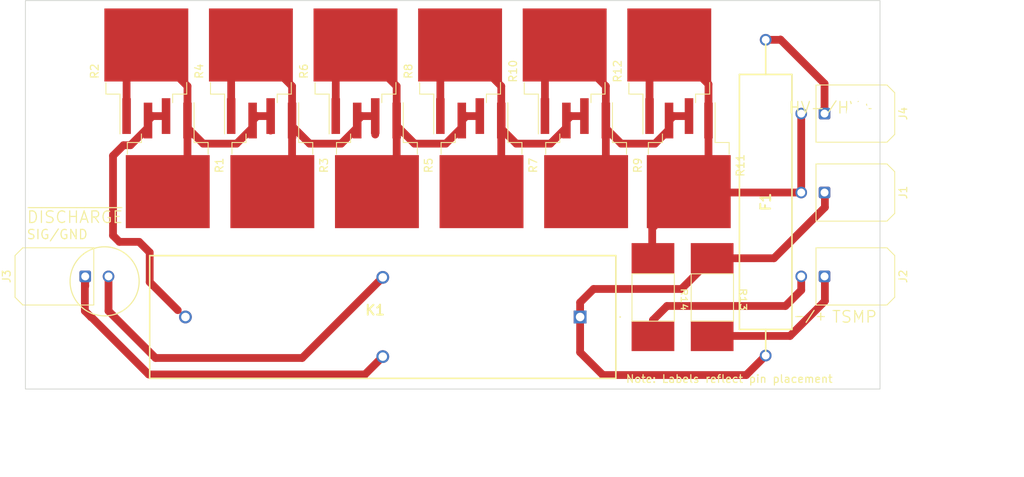
<source format=kicad_pcb>
(kicad_pcb (version 20211014) (generator pcbnew)
  (layers (0 "F.Cu" signal) (31 "B.Cu" signal) (34 "B.Paste" user) (35 "F.Paste" user) (36 "B.SilkS" user "B.Silkscreen") (37 "F.SilkS" user "F.Silkscreen") (38 "B.Mask" user) (39 "F.Mask" user) (44 "Edge.Cuts" user))
  (net 0 "")
  (net 1 "Net-(R1-Pad1)")
  (net 2 "/HV+")
  (net 3 "Net-(R3-Pad1)")
  (net 4 "Net-(R5-Pad1)")
  (net 5 "/HV-")
  (net 6 "Net-(R10-Pad2)")
  (net 7 "Net-(R10-Pad1)")
  (net 8 "/HV+_TSMP")
  (net 9 "/HV-_TSMP")
  (net 10 "/~{Discharge}")
  (net 11 "GND")
  (net 12 "Net-(F1-Pad2)")
  (net 13 "Net-(K1-Pad2)")
  (footprint "Package_TO_SOT_SMD:TO-263-2_TabPin1" (layer "F.Cu") (at 111.384 49.215 -90)
    (fp_text reference "R11" (at 0 -6.65 90) (layer "F.SilkS"))
    (fp_text value "470R")
    (fp_line (start -2.95 -5.2) (end -2.95 -3.39) (layer "F.SilkS") (width 0.12))
    (fp_line (start -1.45 5.2) (end -2.95 5.2) (layer "F.SilkS") (width 0.12))
    (fp_line (start -2.95 -3.39) (end -8.075 -3.39) (layer "F.SilkS") (width 0.12))
    (fp_line (start -2.95 3.39) (end -4.05 3.39) (layer "F.SilkS") (width 0.12))
    (fp_line (start -2.95 5.2) (end -2.95 3.39) (layer "F.SilkS") (width 0.12))
    (fp_line (start -1.45 -5.2) (end -2.95 -5.2) (layer "F.SilkS") (width 0.12))
    (pad "1" smd rect (at -5.775 -2.54 270) (size 4.6 1.1) (layers "F.Cu" "F.Paste" "F.Mask") (net 5 "/HV-"))
    (pad "1" smd rect (at 3.375 0 270) (size 9.4 10.8) (layers "F.Cu" "F.Mask") (net 5 "/HV-"))
    (pad "2" smd rect (at -5.775 2.54 270) (size 4.6 1.1) (layers "F.Cu" "F.Paste" "F.Mask") (net 7 "Net-(R10-Pad1)"))
  )
  (footprint "Package_TO_SOT_SMD:TO-263-2_TabPin1" (layer "F.Cu") (at 98.171 49.215 -90)
    (fp_text reference "R9" (at 0 -6.65 90) (layer "F.SilkS"))
    (fp_text value "470R")
    (fp_line (start -2.95 3.39) (end -4.05 3.39) (layer "F.SilkS") (width 0.12))
    (fp_line (start -2.95 -3.39) (end -8.075 -3.39) (layer "F.SilkS") (width 0.12))
    (fp_line (start -2.95 -5.2) (end -2.95 -3.39) (layer "F.SilkS") (width 0.12))
    (fp_line (start -1.45 -5.2) (end -2.95 -5.2) (layer "F.SilkS") (width 0.12))
    (fp_line (start -1.45 5.2) (end -2.95 5.2) (layer "F.SilkS") (width 0.12))
    (fp_line (start -2.95 5.2) (end -2.95 3.39) (layer "F.SilkS") (width 0.12))
    (pad "1" smd rect (at -5.775 -2.54 270) (size 4.6 1.1) (layers "F.Cu" "F.Paste" "F.Mask") (net 7 "Net-(R10-Pad1)"))
    (pad "1" smd rect (at 3.375 0 270) (size 9.4 10.8) (layers "F.Cu" "F.Mask") (net 7 "Net-(R10-Pad1)"))
    (pad "2" smd rect (at -5.775 2.54 270) (size 4.6 1.1) (layers "F.Cu" "F.Paste" "F.Mask") (net 6 "Net-(R10-Pad2)"))
  )
  (footprint "Connector_Molex:Molex_Micro-Fit_3.0_43045-0200_2x01_P3.00mm_Horizontal" (layer "F.Cu") (at 128.86 42.545 -90)
    (fp_text reference "J4" (at 0 -10.12 90) (layer "F.SilkS"))
    (fp_text value "Conn_01x02_Female")
    (fp_line (start 2.685 -9.03) (end 3.685 -8.03) (layer "F.SilkS") (width 0.12))
    (fp_line (start 3.685 -8.03) (end 3.685 1.1) (layer "F.SilkS") (width 0.12))
    (fp_line (start -3.685 -8.03) (end -2.685 -9.03) (layer "F.SilkS") (width 0.12))
    (fp_line (start -3.685 1.1) (end -3.685 -8.03) (layer "F.SilkS") (width 0.12))
    (fp_line (start -2.685 -9.03) (end 2.685 -9.03) (layer "F.SilkS") (width 0.12))
    (fp_line (start 3.685 1.1) (end -3.685 1.1) (layer "F.SilkS") (width 0.12))
    (pad "" np_thru_hole circle (at 0 -4.32 270) (size 3 3) (drill 3) (layers *.Cu *.Mask))
    (pad "1" thru_hole roundrect (at 0 0 270) (size 1.5 1.5) (drill 1.02) (layers *.Cu *.Mask) (roundrect_rratio 0.166667) (net 12 "Net-(F1-Pad2)"))
    (pad "2" thru_hole circle (at 0 3 270) (size 1.5 1.5) (drill 1.02) (layers *.Cu *.Mask) (net 5 "/HV-"))
  )
  (footprint "Connector_Molex:Molex_Micro-Fit_3.0_43045-0200_2x01_P3.00mm_Horizontal" (layer "F.Cu") (at 128.86 52.705 -90)
    (fp_text reference "J1" (at 0 -10.12 -90) (layer "F.SilkS"))
    (fp_text value "Conn_01x02_Female")
    (fp_line (start -3.685 1.1) (end -3.685 -8.03) (layer "F.SilkS") (width 0.12))
    (fp_line (start -3.685 -8.03) (end -2.685 -9.03) (layer "F.SilkS") (width 0.12))
    (fp_line (start -2.685 -9.03) (end 2.685 -9.03) (layer "F.SilkS") (width 0.12))
    (fp_line (start 3.685 -8.03) (end 3.685 1.1) (layer "F.SilkS") (width 0.12))
    (fp_line (start 3.685 1.1) (end -3.685 1.1) (layer "F.SilkS") (width 0.12))
    (fp_line (start 2.685 -9.03) (end 3.685 -8.03) (layer "F.SilkS") (width 0.12))
    (pad "" np_thru_hole circle (at 0 -4.32 270) (size 3 3) (drill 3) (layers *.Cu *.Mask))
    (pad "1" thru_hole roundrect (at 0 0 270) (size 1.5 1.5) (drill 1.02) (layers *.Cu *.Mask) (roundrect_rratio 0.1666673333) (net 2 "/HV+"))
    (pad "2" thru_hole circle (at 0 3 270) (size 1.5 1.5) (drill 1.02) (layers *.Cu *.Mask) (net 5 "/HV-"))
  )
  (footprint "Package_TO_SOT_SMD:TO-263-2_TabPin1" (layer "F.Cu") (at 95.412 37.09 90)
    (fp_text reference "R10" (at 0 -6.65 90) (layer "F.SilkS"))
    (fp_text value "470R")
    (fp_line (start -2.95 -5.2) (end -2.95 -3.39) (layer "F.SilkS") (width 0.12))
    (fp_line (start -2.95 5.2) (end -2.95 3.39) (layer "F.SilkS") (width 0.12))
    (fp_line (start -2.95 -3.39) (end -8.075 -3.39) (layer "F.SilkS") (width 0.12))
    (fp_line (start -2.95 3.39) (end -4.05 3.39) (layer "F.SilkS") (width 0.12))
    (fp_line (start -1.45 5.2) (end -2.95 5.2) (layer "F.SilkS") (width 0.12))
    (fp_line (start -1.45 -5.2) (end -2.95 -5.2) (layer "F.SilkS") (width 0.12))
    (pad "1" smd rect (at -5.775 -2.54 90) (size 4.6 1.1) (layers "F.Cu" "F.Paste" "F.Mask") (net 7 "Net-(R10-Pad1)"))
    (pad "1" smd rect (at 3.375 0 90) (size 9.4 10.8) (layers "F.Cu" "F.Mask") (net 7 "Net-(R10-Pad1)"))
    (pad "2" smd rect (at -5.775 2.54 90) (size 4.6 1.1) (layers "F.Cu" "F.Paste" "F.Mask") (net 6 "Net-(R10-Pad2)"))
  )
  (footprint "Package_TO_SOT_SMD:TO-263-2_TabPin1" (layer "F.Cu") (at 68.488 37.09 90)
    (fp_text reference "R6" (at 0 -6.65 90) (layer "F.SilkS"))
    (fp_text value "470R")
    (fp_line (start -2.95 5.2) (end -2.95 3.39) (layer "F.SilkS") (width 0.12))
    (fp_line (start -1.45 5.2) (end -2.95 5.2) (layer "F.SilkS") (width 0.12))
    (fp_line (start -1.45 -5.2) (end -2.95 -5.2) (layer "F.SilkS") (width 0.12))
    (fp_line (start -2.95 3.39) (end -4.05 3.39) (layer "F.SilkS") (width 0.12))
    (fp_line (start -2.95 -5.2) (end -2.95 -3.39) (layer "F.SilkS") (width 0.12))
    (fp_line (start -2.95 -3.39) (end -8.075 -3.39) (layer "F.SilkS") (width 0.12))
    (pad "1" smd rect (at -5.775 -2.54 90) (size 4.6 1.1) (layers "F.Cu" "F.Paste" "F.Mask") (net 4 "Net-(R5-Pad1)"))
    (pad "1" smd rect (at 3.375 0 90) (size 9.4 10.8) (layers "F.Cu" "F.Mask") (net 4 "Net-(R5-Pad1)"))
    (pad "2" smd rect (at -5.775 2.54 90) (size 4.6 1.1) (layers "F.Cu" "F.Paste" "F.Mask") (net 3 "Net-(R3-Pad1)"))
  )
  (footprint "MountingHole:MountingHole_4.3mm_M4" (layer "F.Cu") (at 131 73)
    (fp_text reference "H2" hide)
    (fp_text value "MountingHole" hide)
    (pad "" np_thru_hole circle (at 0 0) (size 4.3 4.3) (drill 4.3) (layers *.Cu *.Mask))
  )
  (footprint "Package_TO_SOT_SMD:TO-263-2_TabPin1" (layer "F.Cu") (at 71.247 49.215 -90)
    (fp_text reference "R5" (at 0 -6.65 90) (layer "F.SilkS"))
    (fp_text value "470R")
    (fp_line (start -1.45 5.2) (end -2.95 5.2) (layer "F.SilkS") (width 0.12))
    (fp_line (start -2.95 -5.2) (end -2.95 -3.39) (layer "F.SilkS") (width 0.12))
    (fp_line (start -1.45 -5.2) (end -2.95 -5.2) (layer "F.SilkS") (width 0.12))
    (fp_line (start -2.95 3.39) (end -4.05 3.39) (layer "F.SilkS") (width 0.12))
    (fp_line (start -2.95 -3.39) (end -8.075 -3.39) (layer "F.SilkS") (width 0.12))
    (fp_line (start -2.95 5.2) (end -2.95 3.39) (layer "F.SilkS") (width 0.12))
    (pad "1" smd rect (at 3.375 0 270) (size 9.4 10.8) (layers "F.Cu" "F.Mask") (net 4 "Net-(R5-Pad1)"))
    (pad "1" smd rect (at -5.775 -2.54 270) (size 4.6 1.1) (layers "F.Cu" "F.Paste" "F.Mask") (net 4 "Net-(R5-Pad1)"))
    (pad "2" smd rect (at -5.775 2.54 270) (size 4.6 1.1) (layers "F.Cu" "F.Paste" "F.Mask") (net 3 "Net-(R3-Pad1)"))
  )
  (footprint "MountingHole:MountingHole_4.3mm_M4" (layer "F.Cu") (at 31 73)
    (fp_text reference "H1" hide)
    (fp_text value "MountingHole" hide)
    (pad "" np_thru_hole circle (at 0 0) (size 4.3 4.3) (drill 4.3) (layers *.Cu *.Mask))
  )
  (footprint "Connector_Molex:Molex_Micro-Fit_3.0_43045-0200_2x01_P3.00mm_Horizontal" (layer "F.Cu") (at 128.86 63.5 -90)
    (fp_text reference "J2" (at 0 -10.12 90) (layer "F.SilkS"))
    (fp_text value "Conn_01x02_Female")
    (fp_line (start -3.685 1.1) (end -3.685 -8.03) (layer "F.SilkS") (width 0.12))
    (fp_line (start 2.685 -9.03) (end 3.685 -8.03) (layer "F.SilkS") (width 0.12))
    (fp_line (start -2.685 -9.03) (end 2.685 -9.03) (layer "F.SilkS") (width 0.12))
    (fp_line (start 3.685 1.1) (end -3.685 1.1) (layer "F.SilkS") (width 0.12))
    (fp_line (start 3.685 -8.03) (end 3.685 1.1) (layer "F.SilkS") (width 0.12))
    (fp_line (start -3.685 -8.03) (end -2.685 -9.03) (layer "F.SilkS") (width 0.12))
    (pad "" np_thru_hole circle (at 0 -4.32 270) (size 3 3) (drill 3) (layers *.Cu *.Mask))
    (pad "1" thru_hole roundrect (at 0 0 270) (size 1.5 1.5) (drill 1.02) (layers *.Cu *.Mask) (roundrect_rratio 0.1666673333) (net 8 "/HV+_TSMP"))
    (pad "2" thru_hole circle (at 0 3 270) (size 1.5 1.5) (drill 1.02) (layers *.Cu *.Mask) (net 9 "/HV-_TSMP"))
  )
  (footprint "Resistor_SMD:3550 Resistor TE" (layer "F.Cu") (at 104.025 59.215 -90)
    (fp_text reference "R14" (at 7.25 -6.75 -90 unlocked) (layer "F.SilkS") (effects (font (size 0.8 1))))
    (fp_text value "R")
    (fp_rect (start 3.95 -5.5) (end 10.05 -0.05) (layer "F.SilkS") (width 0.12) (fill none))
    (pad "1" smd rect (at 1.95 -2.75 270) (size 3.9 5.5) (layers "F.Cu" "F.Paste" "F.Mask") (net 5 "/HV-"))
    (pad "2" smd rect (at 11.95 -2.75 270) (size 3.9 5.5) (layers "F.Cu" "F.Paste" "F.Mask") (net 9 "/HV-_TSMP"))
  )
  (footprint "Package_TO_SOT_SMD:TO-263-2_TabPin1" (layer "F.Cu") (at 44.323 49.215 -90)
    (fp_text reference "R1" (at 0 -6.65 90) (layer "F.SilkS"))
    (fp_text value "470R")
    (fp_line (start -1.45 5.2) (end -2.95 5.2) (layer "F.SilkS") (width 0.12))
    (fp_line (start -2.95 -3.39) (end -8.075 -3.39) (layer "F.SilkS") (width 0.12))
    (fp_line (start -2.95 3.39) (end -4.05 3.39) (layer "F.SilkS") (width 0.12))
    (fp_line (start -2.95 -5.2) (end -2.95 -3.39) (layer "F.SilkS") (width 0.12))
    (fp_line (start -2.95 5.2) (end -2.95 3.39) (layer "F.SilkS") (width 0.12))
    (fp_line (start -1.45 -5.2) (end -2.95 -5.2) (layer "F.SilkS") (width 0.12))
    (pad "1" smd rect (at 3.375 0 270) (size 9.4 10.8) (layers "F.Cu" "F.Mask") (net 1 "Net-(R1-Pad1)"))
    (pad "1" smd rect (at -5.775 -2.54 270) (size 4.6 1.1) (layers "F.Cu" "F.Paste" "F.Mask") (net 1 "Net-(R1-Pad1)"))
    (pad "2" smd rect (at -5.775 2.54 270) (size 4.6 1.1) (layers "F.Cu" "F.Paste" "F.Mask") (net 13 "Net-(K1-Pad2)"))
  )
  (footprint "MountingHole:MountingHole_4.3mm_M4" (layer "F.Cu") (at 131 33)
    (fp_text reference "H3" hide)
    (fp_text value "MountingHole" hide)
    (pad "" np_thru_hole circle (at 0 0) (size 4.3 4.3) (drill 4.3) (layers *.Cu *.Mask))
  )
  (footprint "SamacSys_Parts:0ADAP1000RE" (layer "F.Cu") (at 121.285 75.40875 90)
    (fp_text reference "F1" (at 21.49 0 90) (layer "F.SilkS") (effects (font (size 1.27 1.27) (thickness 0.254))))
    (fp_text value "0ADAP1000-RE" hide)
    (fp_line (start 5.08 3.38) (end 5.08 -3.38) (layer "F.SilkS") (width 0.2))
    (fp_line (start 5.08 0) (end 1.72 0) (layer "F.SilkS") (width 0.2))
    (fp_line (start 37.9 -3.38) (end 37.9 3.38) (layer "F.SilkS") (width 0.2))
    (fp_line (start 5.08 -3.38) (end 37.9 -3.38) (layer "F.SilkS") (width 0.2))
    (fp_line (start 37.9 0) (end 42.36 0) (layer "F.SilkS") (width 0.2))
    (fp_line (start 37.9 3.38) (end 5.08 3.38) (layer "F.SilkS") (width 0.2))
    (pad "1" thru_hole circle (at 1.72 0 90) (size 1.515 1.515) (drill 1.01) (layers *.Cu *.Mask) (net 2 "/HV+"))
    (pad "2" thru_hole circle (at 42.36 0 90) (size 1.515 1.515) (drill 1.01) (layers *.Cu *.Mask) (net 12 "Net-(F1-Pad2)"))
  )
  (footprint "Package_TO_SOT_SMD:TO-263-2_TabPin1" (layer "F.Cu") (at 84.709 49.215 -90)
    (fp_text reference "R7" (at 0 -6.65 90) (layer "F.SilkS"))
    (fp_text value "470R")
    (fp_line (start -1.45 5.2) (end -2.95 5.2) (layer "F.SilkS") (width 0.12))
    (fp_line (start -2.95 3.39) (end -4.05 3.39) (layer "F.SilkS") (width 0.12))
    (fp_line (start -2.95 -5.2) (end -2.95 -3.39) (layer "F.SilkS") (width 0.12))
    (fp_line (start -2.95 5.2) (end -2.95 3.39) (layer "F.SilkS") (width 0.12))
    (fp_line (start -1.45 -5.2) (end -2.95 -5.2) (layer "F.SilkS") (width 0.12))
    (fp_line (start -2.95 -3.39) (end -8.075 -3.39) (layer "F.SilkS") (width 0.12))
    (pad "1" smd rect (at 3.375 0 270) (size 9.4 10.8) (layers "F.Cu" "F.Mask") (net 6 "Net-(R10-Pad2)"))
    (pad "1" smd rect (at -5.775 -2.54 270) (size 4.6 1.1) (layers "F.Cu" "F.Paste" "F.Mask") (net 6 "Net-(R10-Pad2)"))
    (pad "2" smd rect (at -5.775 2.54 270) (size 4.6 1.1) (layers "F.Cu" "F.Paste" "F.Mask") (net 4 "Net-(R5-Pad1)"))
  )
  (footprint "Package_TO_SOT_SMD:TO-263-2_TabPin1" (layer "F.Cu") (at 108.874 37.09 90)
    (fp_text reference "R12" (at 0 -6.65 90) (layer "F.SilkS"))
    (fp_text value "470R")
    (fp_line (start -2.95 5.2) (end -2.95 3.39) (layer "F.SilkS") (width 0.12))
    (fp_line (start -2.95 3.39) (end -4.05 3.39) (layer "F.SilkS") (width 0.12))
    (fp_line (start -1.45 5.2) (end -2.95 5.2) (layer "F.SilkS") (width 0.12))
    (fp_line (start -2.95 -5.2) (end -2.95 -3.39) (layer "F.SilkS") (width 0.12))
    (fp_line (start -2.95 -3.39) (end -8.075 -3.39) (layer "F.SilkS") (width 0.12))
    (fp_line (start -1.45 -5.2) (end -2.95 -5.2) (layer "F.SilkS") (width 0.12))
    (pad "1" smd rect (at -5.775 -2.54 90) (size 4.6 1.1) (layers "F.Cu" "F.Paste" "F.Mask") (net 5 "/HV-"))
    (pad "1" smd rect (at 3.375 0 90) (size 9.4 10.8) (layers "F.Cu" "F.Mask") (net 5 "/HV-"))
    (pad "2" smd rect (at -5.775 2.54 90) (size 4.6 1.1) (layers "F.Cu" "F.Paste" "F.Mask") (net 7 "Net-(R10-Pad1)"))
  )
  (footprint "Package_TO_SOT_SMD:TO-263-2_TabPin1" (layer "F.Cu") (at 41.564 37.09 90)
    (fp_text reference "R2" (at 0 -6.65 90) (layer "F.SilkS"))
    (fp_text value "470R")
    (fp_line (start -2.95 5.2) (end -2.95 3.39) (layer "F.SilkS") (width 0.12))
    (fp_line (start -1.45 -5.2) (end -2.95 -5.2) (layer "F.SilkS") (width 0.12))
    (fp_line (start -1.45 5.2) (end -2.95 5.2) (layer "F.SilkS") (width 0.12))
    (fp_line (start -2.95 -3.39) (end -8.075 -3.39) (layer "F.SilkS") (width 0.12))
    (fp_line (start -2.95 3.39) (end -4.05 3.39) (layer "F.SilkS") (width 0.12))
    (fp_line (start -2.95 -5.2) (end -2.95 -3.39) (layer "F.SilkS") (width 0.12))
    (pad "1" smd rect (at -5.775 -2.54 90) (size 4.6 1.1) (layers "F.Cu" "F.Paste" "F.Mask") (net 1 "Net-(R1-Pad1)"))
    (pad "1" smd rect (at 3.375 0 90) (size 9.4 10.8) (layers "F.Cu" "F.Mask") (net 1 "Net-(R1-Pad1)"))
    (pad "2" smd rect (at -5.775 2.54 90) (size 4.6 1.1) (layers "F.Cu" "F.Paste" "F.Mask") (net 13 "Net-(K1-Pad2)"))
  )
  (footprint "MountingHole:MountingHole_4.3mm_M4" (layer "F.Cu") (at 31 33)
    (fp_text reference "H4" hide)
    (fp_text value "MountingHole" hide)
    (pad "" np_thru_hole circle (at 0 0) (size 4.3 4.3) (drill 4.3) (layers *.Cu *.Mask))
  )
  (footprint "Connector_Molex:Molex_Micro-Fit_3.0_43045-0200_2x01_P3.00mm_Horizontal" (layer "F.Cu") (at 33.7 63.5 90)
    (fp_text reference "J3" (at 0 -10.12 90) (layer "F.SilkS"))
    (fp_text value "Conn_01x02_Female")
    (fp_line (start -3.685 1.1) (end -3.685 -8.03) (layer "F.SilkS") (width 0.12))
    (fp_line (start 3.685 -8.03) (end 3.685 1.1) (layer "F.SilkS") (width 0.12))
    (fp_line (start 2.685 -9.03) (end 3.685 -8.03) (layer "F.SilkS") (width 0.12))
    (fp_line (start 3.685 1.1) (end -3.685 1.1) (layer "F.SilkS") (width 0.12))
    (fp_line (start -2.685 -9.03) (end 2.685 -9.03) (layer "F.SilkS") (width 0.12))
    (fp_line (start -3.685 -8.03) (end -2.685 -9.03) (layer "F.SilkS") (width 0.12))
    (pad "" np_thru_hole circle (at 0 -4.32 90) (size 3 3) (drill 3) (layers *.Cu *.Mask))
    (pad "1" thru_hole roundrect (at 0 0 90) (size 1.5 1.5) (drill 1.02) (layers *.Cu *.Mask) (roundrect_rratio 0.1666673333) (net 10 "/~{Discharge}"))
    (pad "2" thru_hole circle (at 0 3 90) (size 1.5 1.5) (drill 1.02) (layers *.Cu *.Mask) (net 11 "GND"))
  )
  (footprint "Package_TO_SOT_SMD:TO-263-2_TabPin1" (layer "F.Cu") (at 55.026 37.09 90)
    (fp_text reference "R4" (at 0 -6.65 90) (layer "F.SilkS"))
    (fp_text value "470R")
    (fp_line (start -2.95 5.2) (end -2.95 3.39) (layer "F.SilkS") (width 0.12))
    (fp_line (start -1.45 5.2) (end -2.95 5.2) (layer "F.SilkS") (width 0.12))
    (fp_line (start -2.95 -5.2) (end -2.95 -3.39) (layer "F.SilkS") (width 0.12))
    (fp_line (start -2.95 3.39) (end -4.05 3.39) (layer "F.SilkS") (width 0.12))
    (fp_line (start -1.45 -5.2) (end -2.95 -5.2) (layer "F.SilkS") (width 0.12))
    (fp_line (start -2.95 -3.39) (end -8.075 -3.39) (layer "F.SilkS") (width 0.12))
    (pad "1" smd rect (at -5.775 -2.54 90) (size 4.6 1.1) (layers "F.Cu" "F.Paste" "F.Mask") (net 3 "Net-(R3-Pad1)"))
    (pad "1" smd rect (at 3.375 0 90) (size 9.4 10.8) (layers "F.Cu" "F.Mask") (net 3 "Net-(R3-Pad1)"))
    (pad "2" smd rect (at -5.775 2.54 90) (size 4.6 1.1) (layers "F.Cu" "F.Paste" "F.Mask") (net 1 "Net-(R1-Pad1)"))
  )
  (footprint "Package_TO_SOT_SMD:TO-263-2_TabPin1" (layer "F.Cu") (at 57.785 49.215 -90)
    (fp_text reference "R3" (at 0 -6.65 90) (layer "F.SilkS"))
    (fp_text value "470R")
    (fp_line (start -2.95 5.2) (end -2.95 3.39) (layer "F.SilkS") (width 0.12))
    (fp_line (start -1.45 -5.2) (end -2.95 -5.2) (layer "F.SilkS") (width 0.12))
    (fp_line (start -2.95 -5.2) (end -2.95 -3.39) (layer "F.SilkS") (width 0.12))
    (fp_line (start -2.95 -3.39) (end -8.075 -3.39) (layer "F.SilkS") (width 0.12))
    (fp_line (start -1.45 5.2) (end -2.95 5.2) (layer "F.SilkS") (width 0.12))
    (fp_line (start -2.95 3.39) (end -4.05 3.39) (layer "F.SilkS") (width 0.12))
    (pad "1" smd rect (at 3.375 0 270) (size 9.4 10.8) (layers "F.Cu" "F.Mask") (net 3 "Net-(R3-Pad1)"))
    (pad "1" smd rect (at -5.775 -2.54 270) (size 4.6 1.1) (layers "F.Cu" "F.Paste" "F.Mask") (net 3 "Net-(R3-Pad1)"))
    (pad "2" smd rect (at -5.775 2.54 270) (size 4.6 1.1) (layers "F.Cu" "F.Paste" "F.Mask") (net 1 "Net-(R1-Pad1)"))
  )
  (footprint "Reed Relay:DBT70510U" (layer "F.Cu") (at 97.4 68.725 180)
    (fp_text reference "K1" (at 26.39 0.88) (layer "F.SilkS") (effects (font (size 1.27 1.27) (thickness 0.254))))
    (fp_text value "DBR72410" hide)
    (fp_line (start -4.6 7.9) (end 55.4 7.9) (layer "F.SilkS") (width 0.2))
    (fp_line (start 55.4 7.9) (end 55.4 -7.9) (layer "F.SilkS") (width 0.2))
    (fp_line (start -4.6 -7.9) (end -4.6 7.9) (layer "F.SilkS") (width 0.2))
    (fp_line (start -5.1 0) (end -5.1 0) (layer "F.SilkS") (width 0.1))
    (fp_line (start 55.4 -7.9) (end -4.6 -7.9) (layer "F.SilkS") (width 0.2))
    (fp_line (start -5.2 0) (end -5.2 0) (layer "F.SilkS") (width 0.1))
    (fp_arc (start -5.2 0) (mid -5.15 -0.05) (end -5.1 0) (layer "F.SilkS") (width 0.1))
    (fp_arc (start -5.1 0) (mid -5.15 0.05) (end -5.2 0) (layer "F.SilkS") (width 0.1))
    (pad "1" thru_hole rect locked (at 0 0 180) (size 1.65 1.65) (drill 1.1) (layers *.Cu *.Mask) (net 2 "/HV+"))
    (pad "2" thru_hole circle locked (at 50.8 0 180) (size 1.65 1.65) (drill 1.1) (layers *.Cu *.Mask) (net 13 "Net-(K1-Pad2)"))
    (pad "3" thru_hole circle locked (at 25.4 5.1 180) (size 1.65 1.65) (drill 1.1) (layers *.Cu *.Mask) (net 11 "GND"))
    (pad "4" thru_hole circle locked (at 25.4 -5.1 180) (size 1.65 1.65) (drill 1.1) (layers *.Cu *.Mask) (net 10 "/~{Discharge}"))
  )
  (footprint "Package_TO_SOT_SMD:TO-263-2_TabPin1" (layer "F.Cu") (at 81.95 37.09 90)
    (fp_text reference "R8" (at 0 -6.65 90) (layer "F.SilkS"))
    (fp_text value "470R")
    (fp_line (start -2.95 -5.2) (end -2.95 -3.39) (layer "F.SilkS") (width 0.12))
    (fp_line (start -2.95 -3.39) (end -8.075 -3.39) (layer "F.SilkS") (width 0.12))
    (fp_line (start -2.95 3.39) (end -4.05 3.39) (layer "F.SilkS") (width 0.12))
    (fp_line (start -2.95 5.2) (end -2.95 3.39) (layer "F.SilkS") (width 0.12))
    (fp_line (start -1.45 5.2) (end -2.95 5.2) (layer "F.SilkS") (width 0.12))
    (fp_line (start -1.45 -5.2) (end -2.95 -5.2) (layer "F.SilkS") (width 0.12))
    (pad "1" smd rect (at 3.375 0 90) (size 9.4 10.8) (layers "F.Cu" "F.Mask") (net 6 "Net-(R10-Pad2)"))
    (pad "1" smd rect (at -5.775 -2.54 90) (size 4.6 1.1) (layers "F.Cu" "F.Paste" "F.Mask") (net 6 "Net-(R10-Pad2)"))
    (pad "2" smd rect (at -5.775 2.54 90) (size 4.6 1.1) (layers "F.Cu" "F.Paste" "F.Mask") (net 4 "Net-(R5-Pad1)"))
  )
  (footprint "Resistor_SMD:3550 Resistor TE" (layer "F.Cu") (at 111.645 59.215 -90)
    (fp_text reference "R13" (at 7.25 -6.75 -90 unlocked) (layer "F.SilkS") (effects (font (size 0.8 1))))
    (fp_text value "R")
    (fp_rect (start 3.95 -5.5) (end 10.05 -0.05) (layer "F.SilkS") (width 0.12) (fill none))
    (pad "1" smd rect (at 1.95 -2.75 270) (size 3.9 5.5) (layers "F.Cu" "F.Paste" "F.Mask") (net 2 "/HV+"))
    (pad "2" smd rect (at 11.95 -2.75 270) (size 3.9 5.5) (layers "F.Cu" "F.Paste" "F.Mask") (net 8 "/HV+_TSMP"))
  )
  (gr_circle (center 36.195 64.135) (end 40.64 64.135) (layer "F.SilkS") (width 0.15) (fill none))
  (gr_rect (start 26 28) (end 136 78) (layer "Edge.Cuts") (width 0.1) (fill none))
  (gr_text "-/+\n" (at 127 68.58) (layer "F.SilkS") (effects (font (size 1.2 1.2))))
  (gr_text "SIG/GND\n" (at 30.1 58.1) (layer "F.SilkS") (effects (font (size 1.2 1.2))))
  (gr_text "TSMP\n\n\n" (at 132.715 71.12) (layer "F.SilkS") (effects (font (size 1.5 1.5))))
  (gr_text "HV-/HV+\n\n" (at 129.7 43) (layer "F.SilkS") (effects (font (size 1.5 1.5))))
  (gr_text "Note: Labels reflect pin placement\n\n" (at 116.6 77.5) (layer "F.SilkS") (effects (font (size 1 1))))
  (gr_text "~{DISCHARGE}\n" (at 32.385 55.88) (layer "F.SilkS") (effects (font (size 1.5 1.5))))
  (segment (start 48.884 46.415) (end 46.863 44.394) (width 1) (layer "F.Cu") (net 1))
  (segment (start 41.564 33.715) (end 39.024 36.255) (width 1) (layer "F.Cu") (net 1))
  (segment (start 46.863 39.014) (end 41.564 33.715) (width 1) (layer "F.Cu") (net 1))
  (segment (start 46.863 44.394) (end 46.863 43.44) (width 1) (layer "F.Cu") (net 1))
  (segment (start 55.82 42.865) (end 55.245 43.44) (width 1) (layer "F.Cu") (net 1))
  (segment (start 46.863 43.44) (end 46.863 39.014) (width 1) (layer "F.Cu") (net 1))
  (segment (start 57.566 42.865) (end 55.82 42.865) (width 1) (layer "F.Cu") (net 1))
  (segment (start 55.245 44.356) (end 53.186 46.415) (width 1) (layer "F.Cu") (net 1))
  (segment (start 53.186 46.415) (end 48.884 46.415) (width 1) (layer "F.Cu") (net 1))
  (segment (start 46.863 43.44) (end 46.863 50.05) (width 1) (layer "F.Cu") (net 1))
  (segment (start 39.024 36.255) (end 39.024 42.865) (width 1) (layer "F.Cu") (net 1))
  (segment (start 46.863 50.05) (end 44.323 52.59) (width 1) (layer "F.Cu") (net 1))
  (segment (start 57.566 42.865) (end 57.566 44.733) (width 1) (layer "F.Cu") (net 1))
  (segment (start 55.245 43.44) (end 55.245 44.356) (width 1) (layer "F.Cu") (net 1))
  (segment (start 122.35 61.165) (end 128.905 54.61) (width 1) (layer "F.Cu") (net 2))
  (segment (start 110.44 65.12) (end 114.395 61.165) (width 1) (layer "F.Cu") (net 2))
  (segment (start 100.33 76.2) (end 118.77375 76.2) (width 1) (layer "F.Cu") (net 2))
  (segment (start 100.33 76.2) (end 97.4 73.27) (width 1) (layer "F.Cu") (net 2))
  (segment (start 99.135 65.12) (end 110.44 65.12) (width 1) (layer "F.Cu") (net 2))
  (segment (start 128.905 54.61) (end 128.905 52.75) (width 1) (layer "F.Cu") (net 2))
  (segment (start 99.135 65.12) (end 97.4 66.855) (width 1) (layer "F.Cu") (net 2))
  (segment (start 128.905 52.75) (end 128.86 52.705) (width 1) (layer "F.Cu") (net 2))
  (segment (start 97.4 66.855) (end 97.4 68.725) (width 1) (layer "F.Cu") (net 2))
  (segment (start 114.395 61.165) (end 122.35 61.165) (width 1) (layer "F.Cu") (net 2))
  (segment (start 97.4 73.27) (end 97.4 68.725) (width 1) (layer "F.Cu") (net 2))
  (segment (start 118.77375 76.2) (end 121.285 73.68875) (width 1) (layer "F.Cu") (net 2))
  (segment (start 60.325 39.014) (end 55.026 33.715) (width 1) (layer "F.Cu") (net 3))
  (segment (start 62.584 46.415) (end 60.325 44.156) (width 1) (layer "F.Cu") (net 3))
  (segment (start 60.325 43.44) (end 60.325 50.05) (width 1) (layer "F.Cu") (net 3))
  (segment (start 55.026 33.715) (end 52.486 36.255) (width 1) (layer "F.Cu") (net 3))
  (segment (start 71.028 42.865) (end 69.282 42.865) (width 1) (layer "F.Cu") (net 3))
  (segment (start 60.325 43.44) (end 60.325 39.014) (width 1) (layer "F.Cu") (net 3))
  (segment (start 52.486 36.255) (end 52.486 42.865) (width 1) (layer "F.Cu") (net 3))
  (segment (start 68.707 43.44) (end 68.707 44.356) (width 1) (layer "F.Cu") (net 3))
  (segment (start 66.648 46.415) (end 62.584 46.415) (width 1) (layer "F.Cu") (net 3))
  (segment (start 71.028 42.865) (end 71.028 45.241) (width 1) (layer "F.Cu") (net 3))
  (segment (start 68.707 44.356) (end 66.648 46.415) (width 1) (layer "F.Cu") (net 3))
  (segment (start 69.282 42.865) (end 68.707 43.44) (width 1) (layer "F.Cu") (net 3))
  (segment (start 60.325 44.156) (end 60.325 43.44) (width 1) (layer "F.Cu") (net 3))
  (segment (start 60.325 50.05) (end 57.785 52.59) (width 1) (layer "F.Cu") (net 3))
  (segment (start 73.787 39.014) (end 68.488 33.715) (width 1) (layer "F.Cu") (net 4))
  (segment (start 84.49 42.865) (end 82.744 42.865) (width 1) (layer "F.Cu") (net 4))
  (segment (start 73.787 43.44) (end 73.787 39.014) (width 1) (layer "F.Cu") (net 4))
  (segment (start 82.744 42.865) (end 82.169 43.44) (width 1) (layer "F.Cu") (net 4))
  (segment (start 84.49 42.865) (end 84.49 44.479) (width 1) (layer "F.Cu") (net 4))
  (segment (start 73.787 50.05) (end 71.247 52.59) (width 1) (layer "F.Cu") (net 4))
  (segment (start 80.11 46.415) (end 76.084 46.415) (width 1) (layer "F.Cu") (net 4))
  (segment (start 82.169 43.44) (end 82.169 44.356) (width 1) (layer "F.Cu") (net 4))
  (segment (start 73.787 44.118) (end 73.787 43.44) (width 1) (layer "F.Cu") (net 4))
  (segment (start 65.948 36.255) (end 65.948 42.865) (width 1) (layer "F.Cu") (net 4))
  (segment (start 68.488 33.715) (end 65.948 36.255) (width 1) (layer "F.Cu") (net 4))
  (segment (start 73.787 43.44) (end 73.787 50.05) (width 1) (layer "F.Cu") (net 4))
  (segment (start 76.084 46.415) (end 73.787 44.118) (width 1) (layer "F.Cu") (net 4))
  (segment (start 82.169 44.356) (end 80.11 46.415) (width 1) (layer "F.Cu") (net 4))
  (segment (start 108.874 33.715) (end 106.334 36.255) (width 1) (layer "F.Cu") (net 5))
  (segment (start 125.86 52.705) (end 125.86 42.545) (width 1) (layer "F.Cu") (net 5))
  (segment (start 106.68 60.96) (end 106.68 57.294) (width 1) (layer "F.Cu") (net 5))
  (segment (start 106.68 57.294) (end 111.384 52.59) (width 1) (layer "F.Cu") (net 5))
  (segment (start 113.924 50.05) (end 111.384 52.59) (width 1) (layer "F.Cu") (net 5))
  (segment (start 106.334 36.255) (end 106.334 42.865) (width 1) (layer "F.Cu") (net 5))
  (segment (start 113.924 38.765) (end 108.874 33.715) (width 1) (layer "F.Cu") (net 5))
  (segment (start 113.924 43.44) (end 113.924 50.05) (width 1) (layer "F.Cu") (net 5))
  (segment (start 111.499 52.705) (end 111.384 52.59) (width 1) (layer "F.Cu") (net 5))
  (segment (start 113.924 43.44) (end 113.924 38.765) (width 1) (layer "F.Cu") (net 5))
  (segment (start 106.775 61.055) (end 106.68 60.96) (width 1) (layer "F.Cu") (net 5))
  (segment (start 125.86 52.705) (end 111.499 52.705) (width 1) (layer "F.Cu") (net 5))
  (segment (start 106.775 61.165) (end 106.775 61.055) (width 1) (layer "F.Cu") (net 5))
  (segment (start 81.95 33.715) (end 79.899 35.766) (width 2) (layer "F.Cu") (net 6))
  (segment (start 95.631 44.356) (end 93.572 46.415) (width 1) (layer "F.Cu") (net 6))
  (segment (start 87.249 44.48) (end 87.249 43.44) (width 1) (layer "F.Cu") (net 6))
  (segment (start 96.206 42.865) (end 95.631 43.44) (width 1) (layer "F.Cu") (net 6))
  (segment (start 81.95 33.715) (end 81.95 36.859) (width 2) (layer "F.Cu") (net 6))
  (segment (start 87.249 39.014) (end 81.95 33.715) (width 1) (layer "F.Cu") (net 6))
  (segment (start 93.572 46.415) (end 89.184 46.415) (width 1) (layer "F.Cu") (net 6))
  (segment (start 87.249 50.05) (end 84.709 52.59) (width 1) (layer "F.Cu") (net 6))
  (segment (start 87.249 43.44) (end 87.249 39.014) (width 1) (layer "F.Cu") (net 6))
  (segment (start 87.249 43.44) (end 87.249 50.05) (width 1) (layer "F.Cu") (net 6))
  (segment (start 89.184 46.415) (end 87.249 44.48) (width 1) (layer "F.Cu") (net 6))
  (segment (start 81.95 33.715) (end 79.41 36.255) (width 1) (layer "F.Cu") (net 6))
  (segment (start 79.41 36.255) (end 79.41 42.865) (width 1) (layer "F.Cu") (net 6))
  (segment (start 95.631 43.44) (end 95.631 44.356) (width 1) (layer "F.Cu") (net 6))
  (segment (start 97.952 42.865) (end 96.206 42.865) (width 1) (layer "F.Cu") (net 6))
  (segment (start 100.711 39.014) (end 95.412 33.715) (width 1) (layer "F.Cu") (net 7))
  (segment (start 95.412 33.715) (end 92.872 36.255) (width 1) (layer "F.Cu") (net 7))
  (segment (start 109.419 42.865) (end 108.844 43.44) (width 1) (layer "F.Cu") (net 7))
  (segment (start 102.684 46.415) (end 100.711 44.442) (width 1) (layer "F.Cu") (net 7))
  (segment (start 111.414 42.865) (end 109.419 42.865) (width 1) (layer "F.Cu") (net 7))
  (segment (start 107.034 46.415) (end 102.684 46.415) (width 1) (layer "F.Cu") (net 7))
  (segment (start 100.711 50.05) (end 98.171 52.59) (width 1) (layer "F.Cu") (net 7))
  (segment (start 108.844 44.605) (end 107.034 46.415) (width 1) (layer "F.Cu") (net 7))
  (segment (start 108.844 43.44) (end 108.844 44.605) (width 1) (layer "F.Cu") (net 7))
  (segment (start 100.711 44.442) (end 100.711 43.44) (width 1) (layer "F.Cu") (net 7))
  (segment (start 100.711 43.44) (end 100.711 39.014) (width 1) (layer "F.Cu") (net 7))
  (segment (start 100.711 43.44) (end 100.711 50.05) (width 1) (layer "F.Cu") (net 7))
  (segment (start 92.872 36.255) (end 92.872 42.865) (width 1) (layer "F.Cu") (net 7))
  (segment (start 114.395 71.165) (end 124.415 71.165) (width 1) (layer "F.Cu") (net 8))
  (segment (start 128.905 63.545) (end 128.86 63.5) (width 1) (layer "F.Cu") (net 8))
  (segment (start 128.905 66.675) (end 128.905 63.545) (width 1) (layer "F.Cu") (net 8))
  (segment (start 124.415 71.165) (end 128.905 66.675) (width 1) (layer "F.Cu") (net 8))
  (segment (start 106.775 69.12) (end 108.585 67.31) (width 1) (layer "F.Cu") (net 9))
  (segment (start 106.775 71.165) (end 106.775 69.12) (width 1) (layer "F.Cu") (net 9))
  (segment (start 125.86 65.275) (end 125.86 63.5) (width 1) (layer "F.Cu") (net 9))
  (segment (start 123.825 67.31) (end 125.86 65.275) (width 1) (layer "F.Cu") (net 9))
  (segment (start 108.585 67.31) (end 123.825 67.31) (width 1) (layer "F.Cu") (net 9))
  (segment (start 69.705 76.12) (end 72 73.825) (width 1) (layer "F.Cu") (net 10))
  (segment (start 33.655 64.77) (end 33.655 64.18) (width 1) (layer "F.Cu") (net 10))
  (segment (start 33.655 64.18) (end 33.7 64.135) (width 1) (layer "F.Cu") (net 10))
  (segment (start 34.5 68.75) (end 41.87 76.12) (width 1) (layer "F.Cu") (net 10))
  (segment (start 33.7 63.5) (end 33.7 64.725) (width 1) (layer "F.Cu") (net 10))
  (segment (start 34.5 68.75) (end 34.46 68.75) (width 1) (layer "F.Cu") (net 10))
  (segment (start 33.7 64.725) (end 33.655 64.77) (width 1) (layer "F.Cu") (net 10))
  (segment (start 41.87 76.12) (end 69.705 76.12) (width 1) (layer "F.Cu") (net 10))
  (segment (start 33.655 67.945) (end 33.655 64.77) (width 1) (layer "F.Cu") (net 10))
  (segment (start 34.46 68.75) (end 33.655 67.945) (width 1) (layer "F.Cu") (net 10))
  (segment (start 61.625 74) (end 72 63.625) (width 1) (layer "F.Cu") (net 11))
  (segment (start 42.75 74) (end 61.625 74) (width 1) (layer "F.Cu") (net 11))
  (segment (start 36.7 67.95) (end 42.75 74) (width 1) (layer "F.Cu") (net 11))
  (segment (start 36.7 63.5) (end 36.7 67.95) (width 1) (layer "F.Cu") (net 11))
  (segment (start 128.86 38.69) (end 123.19 33.02) (width 1) (layer "F.Cu") (net 12))
  (segment (start 123.19 33.02) (end 123.16125 33.04875) (width 1) (layer "F.Cu") (net 12))
  (segment (start 128.86 42.545) (end 128.86 38.69) (width 1) (layer "F.Cu") (net 12))
  (segment (start 123.16125 33.04875) (end 121.285 33.04875) (width 1) (layer "F.Cu") (net 12))
  (segment (start 38.1 59.055) (end 37.279 58.234) (width 1) (layer "F.Cu") (net 13))
  (segment (start 42 64.235) (end 42 60.415) (width 1) (layer "F.Cu") (net 13))
  (segment (start 42.358 42.865) (end 41.783 43.44) (width 1) (layer "F.Cu") (net 13))
  (segment (start 37.279 58.234) (end 37.279 47.97) (width 1) (layer "F.Cu") (net 13))
  (segment (start 38.634 46.615) (end 37.279 47.97) (width 1) (layer "F.Cu") (net 13))
  (segment (start 41.783 44.356) (end 39.524 46.615) (width 1) (layer "F.Cu") (net 13))
  (segment (start 42 60.415) (end 40.64 59.055) (width 1) (layer "F.Cu") (net 13))
  (segment (start 40.64 59.055) (end 38.1 59.055) (width 1) (layer "F.Cu") (net 13))
  (segment (start 39.524 46.615) (end 38.634 46.615) (width 1) (layer "F.Cu") (net 13))
  (segment (start 44.104 42.865) (end 42.358 42.865) (width 1) (layer "F.Cu") (net 13))
  (segment (start 41.783 43.44) (end 41.783 44.356) (width 1) (layer "F.Cu") (net 13))
  (segment (start 42 64.235) (end 45.61 67.845) (width 1) (layer "F.Cu") (net 13))
  (segment (start 44.104 42.865) (end 44.104 44.225) (width 1) (layer "F.Cu") (net 13))
)
</source>
